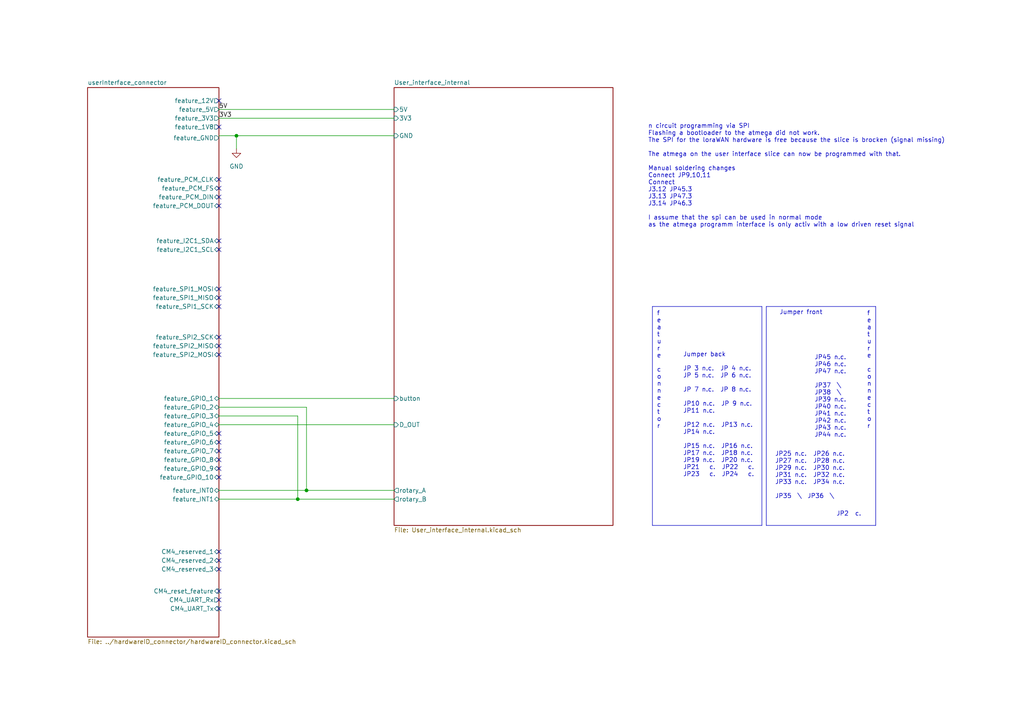
<source format=kicad_sch>
(kicad_sch (version 20230121) (generator eeschema)
  (paper "A4")
  (title_block (title "User Interface") (date "2022-01-18") (rev "v1"))
  (lib_symbols
    (symbol "power:GND" (power) (pin_names (offset 0))
      (property "Value" "GND" (at 0 -3.81 0))
      (symbol "GND_0_1"
        (polyline (pts (xy 0 0) (xy 0 -1.27) (xy 1.27 -1.27) (xy 0 -2.54) (xy -1.27 -1.27) (xy 0 -1.27)))
      )
      (symbol "GND_1_1"
        (pin power_in line (at 0 0 270) (length 0) hide (name "GND") (number "1"))
      )
    )
  )
  (junction (at 86.36 144.78))
  (junction (at 68.58 39.37))
  (junction (at 88.9 142.24))
  (no_connect (at 63.5 36.83))
  (no_connect (at 63.5 52.07))
  (no_connect (at 63.5 54.61))
  (no_connect (at 63.5 57.15))
  (no_connect (at 63.5 59.69))
  (no_connect (at 63.5 69.85))
  (no_connect (at 63.5 72.39))
  (no_connect (at 63.5 83.82))
  (no_connect (at 63.5 86.36))
  (no_connect (at 63.5 88.9))
  (no_connect (at 63.5 97.79))
  (no_connect (at 63.5 100.33))
  (no_connect (at 63.5 102.87))
  (no_connect (at 63.5 125.73))
  (no_connect (at 63.5 128.27))
  (no_connect (at 63.5 130.81))
  (no_connect (at 63.5 133.35))
  (no_connect (at 63.5 135.89))
  (no_connect (at 63.5 138.43))
  (no_connect (at 63.5 171.45))
  (no_connect (at 63.5 162.56))
  (no_connect (at 63.5 165.1))
  (no_connect (at 63.5 173.99))
  (no_connect (at 63.5 160.02))
  (no_connect (at 63.5 29.21))
  (no_connect (at 63.5 176.53))
  (polyline (pts (xy 189.23 88.9) (xy 220.98 88.9)))
  (polyline (pts (xy 189.23 88.9) (xy 189.23 152.4)))
  (wire (pts (xy 88.9 142.24) (xy 114.3 142.24)))
  (wire (pts (xy 63.5 39.37) (xy 68.58 39.37)))
  (wire (pts (xy 86.36 120.65) (xy 86.36 144.78)))
  (wire (pts (xy 63.5 120.65) (xy 86.36 120.65)))
  (wire (pts (xy 88.9 118.11) (xy 88.9 142.24)))
  (wire (pts (xy 86.36 144.78) (xy 114.3 144.78)))
  (wire (pts (xy 63.5 142.24) (xy 88.9 142.24)))
  (wire (pts (xy 63.5 123.19) (xy 114.3 123.19)))
  (polyline (pts (xy 222.25 152.4) (xy 254 152.4)))
  (wire (pts (xy 63.5 34.29) (xy 114.3 34.29)))
  (wire (pts (xy 63.5 144.78) (xy 86.36 144.78)))
  (polyline (pts (xy 222.25 88.9) (xy 222.25 152.4)))
  (wire (pts (xy 63.5 31.75) (xy 114.3 31.75)))
  (polyline (pts (xy 254 152.4) (xy 254 88.9)))
  (polyline (pts (xy 222.25 88.9) (xy 254 88.9)))
  (polyline (pts (xy 220.98 152.4) (xy 220.98 88.9)))
  (wire (pts (xy 63.5 118.11) (xy 88.9 118.11)))
  (polyline (pts (xy 189.23 152.4) (xy 220.98 152.4)))
  (wire (pts (xy 63.5 115.57) (xy 114.3 115.57)))
  (wire (pts (xy 68.58 39.37) (xy 114.3 39.37)))
  (wire (pts (xy 68.58 39.37) (xy 68.58 43.18)))
  (text "Jumper front" (at 226.06 91.44 0) (effects (font (size 1.27 1.27)) (justify left bottom)))
  (text "JP25 n.c.  JP26 n.c.\nJP27 n.c.  JP28 n.c.\nJP29 n.c.  JP30 n.c.\nJP31 n.c.  JP32 n.c.\nJP33 n.c.  JP34 n.c.\n\nJP35  \\  JP36  \\\n" (at 224.79 144.78 0) (effects (font (size 1.27 1.27)) (justify left bottom)))
  (text "f\ne\na\nt\nu\nr\ne\n\nc\no\nn\nn\ne\nc\nt\no\nr" (at 190.5 124.46 0) (effects (font (size 1.27 1.27)) (justify left bottom)))
  (text "n circuit programming via SPI\nFlashing a bootloader to the atmega did not work.\nThe SPI for the loraWAN hardware is free because the slice is brocken (signal missing)\n\nThe atmega on the user interface slice can now be programmed with that.\n\nManual soldering changes\nConnect JP9,10,11\nConnect\nJ3.12 JP45.3\nJ3.13 JP47.3\nJ3.14 JP46.3\n\nI assume that the spi can be used in normal mode \nas the atmega programm interface is only activ with a low driven reset signal\n" (at 187.96 66.04 0) (effects (font (size 1.27 1.27)) (justify left bottom)))
  (text "Jumper back\n\nJP 3 n.c.  JP 4 n.c.\nJP 5 n.c.  JP 6 n.c.\n\nJP 7 n.c.  JP 8 n.c.\n\nJP10 n.c.  JP 9 n.c.\nJP11 n.c.\n\nJP12 n.c.  JP13 n.c.\nJP14 n.c.\n\nJP15 n.c.  JP16 n.c.\nJP17 n.c.  JP18 n.c.\nJP19 n.c.  JP20 n.c.\nJP21   c.  JP22   c.\nJP23   c.  JP24   c.\n" (at 198.12 138.43 0) (effects (font (size 1.27 1.27)) (justify left bottom)))
  (text "f\ne\na\nt\nu\nr\ne\n\nc\no\nn\nn\ne\nc\nt\no\nr" (at 251.46 124.46 0) (effects (font (size 1.27 1.27)) (justify left bottom)))
  (text "JP45 n.c.\nJP46 n.c.\nJP47 n.c.\n\nJP37  \\\nJP38  \\\nJP39 n.c.\nJP40 n.c.\nJP41 n.c.\nJP42 n.c.\nJP43 n.c.\nJP44 n.c." (at 236.22 127 0) (effects (font (size 1.27 1.27)) (justify left bottom)))
  (text "JP2  c." (at 242.57 149.86 0) (effects (font (size 1.27 1.27)) (justify left bottom)))
  (label "5V" (at 63.5 31.75 0))
  (label "3V3" (at 63.5 34.29 0))
  (symbol (lib_id "power:GND") (at 68.58 43.18 0) (unit 1)
    (property "Reference" "#PWR015" (effects hide))
    (property "Value" "GND" (at 68.58 48.26 0))
  )
  (sheet (at 114.3 25.4) (size 63.5 127) (stroke (width 0.1524))
    (property "Sheetname" "User_interface_internal" (at 114.3 24.6884 0) (effects (justify left bottom)))
    (property "Sheetfile" "User_interface_internal.kicad_sch" (at 114.3 152.9846 0) (effects (justify left top)))
    (pin "rotary_B" output (at 114.3 144.78 180))
    (pin "rotary_A" output (at 114.3 142.24 180))
    (pin "3V3" input (at 114.3 34.29 180))
    (pin "GND" input (at 114.3 39.37 180))
    (pin "5V" input (at 114.3 31.75 180))
    (pin "D_OUT" input (at 114.3 123.19 180))
    (pin "button" input (at 114.3 115.57 180))
  )
  (sheet (at 25.4 25.4) (size 38.1 159.385) (stroke (width 0.1524))
    (property "Sheetname" "userInterface_connector" (at 25.4 24.6884 0) (effects (justify left bottom)))
    (property "Sheetfile" "../hardwareID_connector/hardwareID_connector.kicad_sch" (at 25.4 185.3696 0) (effects (justify left top)))
    (pin "CM4_reset_feature" input (at 63.5 171.45 0))
    (pin "CM4_UART_Rx" output (at 63.5 173.99 0))
    (pin "CM4_UART_Tx" input (at 63.5 176.53 0))
    (pin "CM4_reserved_2" bidirectional (at 63.5 162.56 0))
    (pin "CM4_reserved_1" bidirectional (at 63.5 160.02 0))
    (pin "CM4_reserved_3" bidirectional (at 63.5 165.1 0))
    (pin "feature_SPI1_MOSI" bidirectional (at 63.5 83.82 0))
    (pin "feature_PCM_CLK" bidirectional (at 63.5 52.07 0))
    (pin "feature_PCM_FS" bidirectional (at 63.5 54.61 0))
    (pin "feature_1V8" output (at 63.5 36.83 0))
    (pin "feature_I2C1_SDA" bidirectional (at 63.5 69.85 0))
    (pin "feature_12V" output (at 63.5 29.21 0))
    (pin "feature_GND" output (at 63.5 40.005 0))
    (pin "feature_5V" output (at 63.5 31.75 0))
    (pin "feature_3V3" output (at 63.5 34.29 0))
    (pin "feature_INT1" bidirectional (at 63.5 144.78 0))
    (pin "feature_GPIO_8" bidirectional (at 63.5 133.35 0))
    (pin "feature_GPIO_10" bidirectional (at 63.5 138.43 0))
    (pin "feature_GPIO_9" bidirectional (at 63.5 135.89 0))
    (pin "feature_INT0" bidirectional (at 63.5 142.24 0))
    (pin "feature_SPI1_MISO" bidirectional (at 63.5 86.36 0))
    (pin "feature_SPI2_SCK" bidirectional (at 63.5 97.79 0))
    (pin "feature_SPI1_SCK" bidirectional (at 63.5 88.9 0))
    (pin "feature_PCM_DOUT" bidirectional (at 63.5 59.69 0))
    (pin "feature_SPI2_MISO" bidirectional (at 63.5 100.33 0))
    (pin "feature_I2C1_SCL" bidirectional (at 63.5 72.39 0))
    (pin "feature_PCM_DIN" bidirectional (at 63.5 57.15 0))
    (pin "feature_SPI2_MOSI" bidirectional (at 63.5 102.87 0))
    (pin "feature_GPIO_7" bidirectional (at 63.5 130.81 0))
    (pin "feature_GPIO_6" bidirectional (at 63.5 128.27 0))
    (pin "feature_GPIO_4" bidirectional (at 63.5 123.19 0))
    (pin "feature_GPIO_3" bidirectional (at 63.5 120.65 0))
    (pin "feature_GPIO_2" bidirectional (at 63.5 118.11 0))
    (pin "feature_GPIO_5" bidirectional (at 63.5 125.73 0))
    (pin "feature_GPIO_1" bidirectional (at 63.5 115.57 0))
  )
)
</source>
